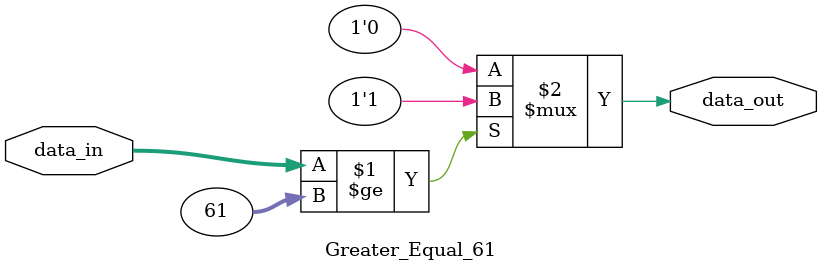
<source format=v>
module Greater_Equal_61(data_in, data_out);
    input [5:0] data_in;
    output data_out;

    assign data_out = (data_in >= 61) ? 1'b1 : 1'b0; 
endmodule
</source>
